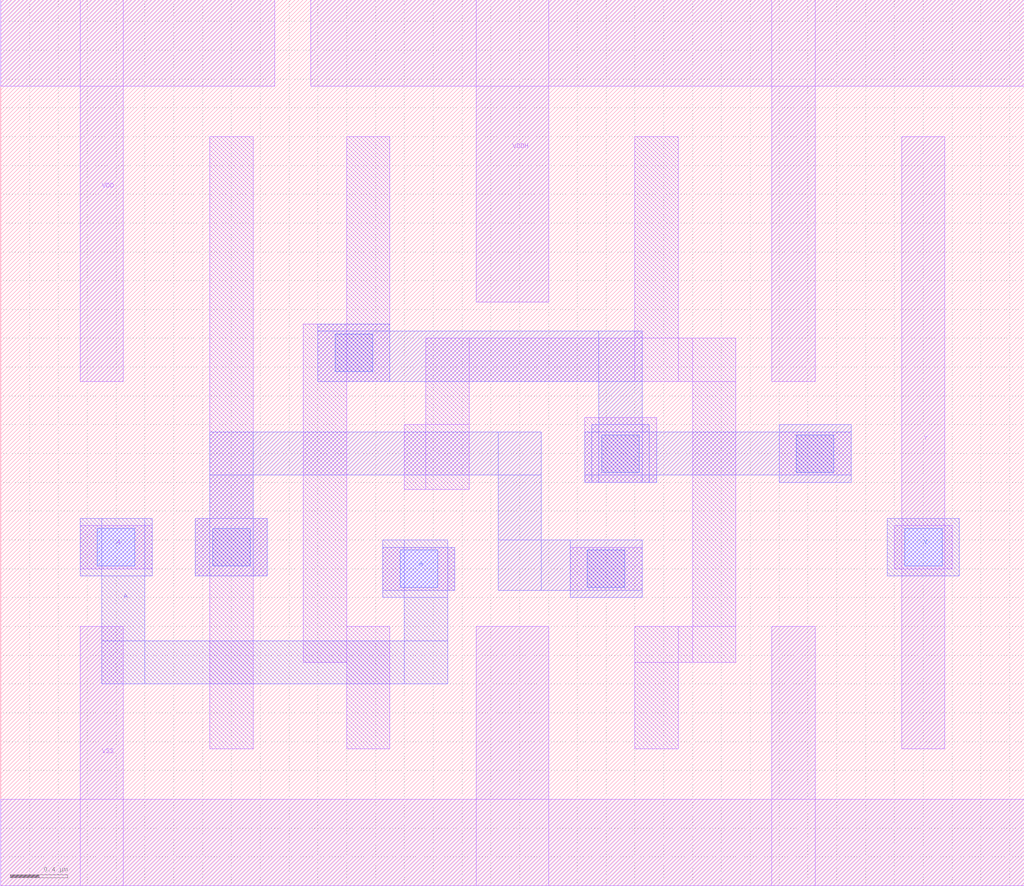
<source format=lef>
# Copyright 2022 Google LLC
# Licensed under the Apache License, Version 2.0 (the "License");
# you may not use this file except in compliance with the License.
# You may obtain a copy of the License at
#
#      http://www.apache.org/licenses/LICENSE-2.0
#
# Unless required by applicable law or agreed to in writing, software
# distributed under the License is distributed on an "AS IS" BASIS,
# WITHOUT WARRANTIES OR CONDITIONS OF ANY KIND, either express or implied.
# See the License for the specific language governing permissions and
# limitations under the License.
VERSION 5.7 ;
BUSBITCHARS "[]" ;
DIVIDERCHAR "/" ;

MACRO gf180mcu_osu_sc_gp9t3v3__lshifup
  CLASS CORE ;
  ORIGIN 0 0 ;
  FOREIGN gf180mcu_osu_sc_gp9t3v3__lshifup 0 0 ;
  SIZE 7.1 BY 6.15 ;
  SYMMETRY X Y ;
  SITE GF180_3p3_12t ;
  PIN VDD
    DIRECTION INOUT ;
    USE POWER ;
    SHAPE ABUTMENT ;
    PORT
      LAYER MET1 ;
        RECT 0 5.55 1.9 6.15 ;
        RECT 0.55 3.5 0.85 6.15 ;
    END
  END VDD
  PIN VDDH
    DIRECTION INOUT ;
    USE POWER ;
    PORT
      LAYER MET1 ;
        RECT 2.15 5.55 7.1 6.15 ;
        RECT 5.35 3.5 5.65 6.15 ;
        RECT 3.3 4.05 3.8 6.15 ;
    END
  END VDDH
  PIN VSS
    DIRECTION INOUT ;
    USE GROUND ;
    PORT
      LAYER MET1 ;
        RECT 0 0 7.1 0.6 ;
        RECT 5.35 0 5.65 1.8 ;
        RECT 3.3 0 3.8 1.8 ;
        RECT 0.55 0 0.85 1.8 ;
    END
  END VSS
  PIN A
    DIRECTION INPUT ;
    USE SIGNAL ;
    PORT
      LAYER MET1 ;
        RECT 2.65 2.05 3.15 2.35 ;
        RECT 0.55 2.2 1.05 2.5 ;
      LAYER MET2 ;
        RECT 2.65 2.05 3.15 2.35 ;
        RECT 2.65 2 3.1 2.4 ;
        RECT 2.8 1.4 3.1 2.4 ;
        RECT 0.7 1.4 3.1 1.7 ;
        RECT 0.55 2.15 1.05 2.55 ;
        RECT 0.7 1.4 1 2.55 ;
      LAYER VIA12 ;
        RECT 0.67 2.22 0.93 2.48 ;
        RECT 2.77 2.07 3.03 2.33 ;
    END
  END A
  PIN Y
    DIRECTION OUTPUT ;
    USE SIGNAL ;
    PORT
      LAYER MET1 ;
        RECT 6.2 2.2 6.6 2.5 ;
        RECT 6.25 0.95 6.55 5.2 ;
      LAYER MET2 ;
        RECT 6.15 2.15 6.65 2.55 ;
      LAYER VIA12 ;
        RECT 6.27 2.22 6.53 2.48 ;
    END
  END Y
  OBS
    LAYER MET2 ;
      RECT 2.2 3.5 2.7 3.9 ;
      RECT 2.2 3.5 4.45 3.85 ;
      RECT 4.15 2.8 4.45 3.85 ;
      RECT 5.4 2.8 5.9 3.2 ;
      RECT 4.1 2.8 4.5 3.2 ;
      RECT 4.05 2.85 5.9 3.15 ;
      RECT 4.05 2.8 4.55 3.15 ;
      RECT 1.45 2.85 3.75 3.15 ;
      RECT 3.45 2.05 3.75 3.15 ;
      RECT 1.45 2.15 1.75 3.15 ;
      RECT 1.35 2.15 1.85 2.55 ;
      RECT 3.45 2.05 4.45 2.4 ;
      RECT 3.95 2 4.45 2.4 ;
    LAYER VIA12 ;
      RECT 5.52 2.87 5.78 3.13 ;
      RECT 4.17 2.87 4.43 3.13 ;
      RECT 4.07 2.07 4.33 2.33 ;
      RECT 2.32 3.57 2.58 3.83 ;
      RECT 1.47 2.22 1.73 2.48 ;
    LAYER MET1 ;
      RECT 4.4 3.5 4.7 5.2 ;
      RECT 2.95 3.5 5.1 3.8 ;
      RECT 4.8 1.55 5.1 3.8 ;
      RECT 2.95 2.75 3.25 3.8 ;
      RECT 2.8 2.75 3.25 3.2 ;
      RECT 4.4 1.55 5.1 1.8 ;
      RECT 4.4 0.95 4.7 1.8 ;
      RECT 2.4 3.5 2.7 5.2 ;
      RECT 2.1 1.55 2.4 3.9 ;
      RECT 2.4 0.95 2.7 1.8 ;
      RECT 1.45 0.95 1.75 5.2 ;
      RECT 1.35 2.15 1.85 2.55 ;
      RECT 5.4 2.85 5.9 3.15 ;
      RECT 4.05 2.8 4.55 3.25 ;
      RECT 3.95 2.05 4.45 2.35 ;
  END
END gf180mcu_osu_sc_gp9t3v3__lshifup

</source>
